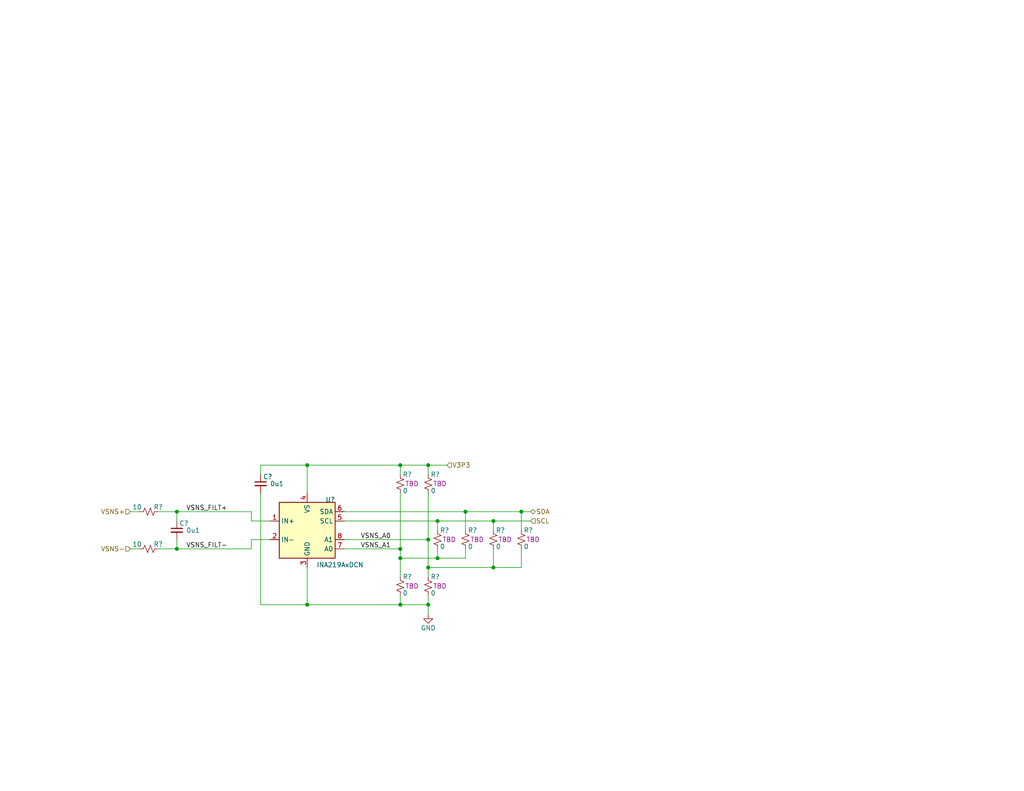
<source format=kicad_sch>
(kicad_sch (version 20211123) (generator eeschema)
  (paper "A")
  (title_block (title "ClockRadio Main") (date "2022-03-05") (rev "0.5") (company "Ruralguru Projects") (comment 1 "Earl Watkins"))
  (lib_symbols
    (symbol "Analog_ADC:INA219AxDCN"
      (property "Reference" "U" (at -6.35 8.89 0))
      (property "Value" "INA219AxDCN" (at 6.35 8.89 0))
      (symbol "INA219AxDCN_0_1"
        (rectangle (start -7.62 7.62) (end 7.62 -7.62) (stroke (width 0.254)) (fill (type background)))
      )
      (symbol "INA219AxDCN_1_1"
        (pin input line (at -10.16 2.54 0) (length 2.54) (name "IN+") (number "1"))
        (pin input line (at -10.16 -2.54 0) (length 2.54) (name "IN-") (number "2"))
        (pin power_in line (at 0 -10.16 90) (length 2.54) (name "GND") (number "3"))
        (pin power_in line (at 0 10.16 270) (length 2.54) (name "VS") (number "4"))
        (pin input line (at 10.16 2.54 180) (length 2.54) (name "SCL") (number "5"))
        (pin bidirectional line (at 10.16 5.08 180) (length 2.54) (name "SDA") (number "6"))
        (pin input line (at 10.16 -5.08 180) (length 2.54) (name "A0") (number "7"))
        (pin input line (at 10.16 -2.54 180) (length 2.54) (name "A1") (number "8"))
      )
    )
    (symbol "Device:C_Small" (pin_numbers hide) (pin_names (offset 0.254) hide)
      (property "Reference" "C" (at 0.254 1.778 0))
      (property "Value" "C_Small" (at 0.254 -2.032 0))
      (symbol "C_Small_0_1"
        (polyline (pts (xy -1.524 -0.508) (xy 1.524 -0.508)) (stroke (width 0.3302)))
        (polyline (pts (xy -1.524 0.508) (xy 1.524 0.508)) (stroke (width 0.3048)))
      )
      (symbol "C_Small_1_1"
        (pin passive line (at 0 2.54 270) (length 2.032) (name "~") (number "1"))
        (pin passive line (at 0 -2.54 90) (length 2.032) (name "~") (number "2"))
      )
    )
    (symbol "Device:R_Small_US" (pin_numbers hide) (pin_names (offset 0.254) hide)
      (property "Reference" "R" (at 0.762 0.508 0))
      (property "Value" "R_Small_US" (at 0.762 -1.016 0))
      (symbol "R_Small_US_1_1"
        (polyline (pts (xy 0 0) (xy 1.016 -0.381) (xy 0 -0.762) (xy -1.016 -1.143) (xy 0 -1.524)))
        (polyline (pts (xy 0 1.524) (xy 1.016 1.143) (xy 0 0.762) (xy -1.016 0.381) (xy 0 0)))
        (pin passive line (at 0 2.54 270) (length 1.016) (name "~") (number "1"))
        (pin passive line (at 0 -2.54 90) (length 1.016) (name "~") (number "2"))
      )
    )
    (symbol "power:GND" (power) (pin_names (offset 0))
      (property "Value" "GND" (at 0 -3.81 0))
      (symbol "GND_0_1"
        (polyline (pts (xy 0 0) (xy 0 -1.27) (xy 1.27 -1.27) (xy 0 -2.54) (xy -1.27 -1.27) (xy 0 -1.27)))
      )
      (symbol "GND_1_1"
        (pin power_in line (at 0 0 270) (length 0) hide (name "GND") (number "1"))
      )
    )
  )
  (junction (at 109.22 165.1))
  (junction (at 116.84 165.1))
  (junction (at 48.26 139.7))
  (junction (at 127 139.7))
  (junction (at 109.22 149.86))
  (junction (at 116.84 127))
  (junction (at 83.82 165.1))
  (junction (at 134.62 154.94))
  (junction (at 119.38 152.4))
  (junction (at 48.26 149.86))
  (junction (at 142.24 139.7))
  (junction (at 134.62 142.24))
  (junction (at 119.38 142.24))
  (junction (at 83.82 127))
  (junction (at 116.84 147.32))
  (junction (at 116.84 154.94))
  (junction (at 109.22 127))
  (junction (at 109.22 152.4))
  (wire (pts (xy 109.22 127) (xy 83.82 127)))
  (wire (pts (xy 116.84 165.1) (xy 109.22 165.1)))
  (wire (pts (xy 134.62 144.78) (xy 134.62 142.24)))
  (wire (pts (xy 48.26 139.7) (xy 48.26 142.24)))
  (wire (pts (xy 93.98 139.7) (xy 127 139.7)))
  (wire (pts (xy 109.22 127) (xy 109.22 129.54)))
  (wire (pts (xy 71.12 165.1) (xy 83.82 165.1)))
  (wire (pts (xy 48.26 147.32) (xy 48.26 149.86)))
  (wire (pts (xy 116.84 165.1) (xy 116.84 167.64)))
  (wire (pts (xy 109.22 162.56) (xy 109.22 165.1)))
  (wire (pts (xy 93.98 149.86) (xy 109.22 149.86)))
  (wire (pts (xy 71.12 127) (xy 71.12 129.54)))
  (wire (pts (xy 142.24 139.7) (xy 144.78 139.7)))
  (wire (pts (xy 134.62 154.94) (xy 116.84 154.94)))
  (wire (pts (xy 38.1 149.86) (xy 35.56 149.86)))
  (wire (pts (xy 116.84 127) (xy 109.22 127)))
  (wire (pts (xy 83.82 154.94) (xy 83.82 165.1)))
  (wire (pts (xy 116.84 147.32) (xy 116.84 154.94)))
  (wire (pts (xy 73.66 142.24) (xy 68.58 142.24)))
  (wire (pts (xy 119.38 142.24) (xy 134.62 142.24)))
  (wire (pts (xy 116.84 129.54) (xy 116.84 127)))
  (wire (pts (xy 116.84 134.62) (xy 116.84 147.32)))
  (wire (pts (xy 109.22 152.4) (xy 119.38 152.4)))
  (wire (pts (xy 109.22 165.1) (xy 83.82 165.1)))
  (wire (pts (xy 68.58 147.32) (xy 73.66 147.32)))
  (wire (pts (xy 134.62 154.94) (xy 142.24 154.94)))
  (wire (pts (xy 68.58 139.7) (xy 68.58 142.24)))
  (wire (pts (xy 127 139.7) (xy 142.24 139.7)))
  (wire (pts (xy 134.62 149.86) (xy 134.62 154.94)))
  (wire (pts (xy 119.38 152.4) (xy 127 152.4)))
  (wire (pts (xy 68.58 147.32) (xy 68.58 149.86)))
  (wire (pts (xy 134.62 142.24) (xy 144.78 142.24)))
  (wire (pts (xy 116.84 162.56) (xy 116.84 165.1)))
  (wire (pts (xy 38.1 139.7) (xy 35.56 139.7)))
  (wire (pts (xy 127 152.4) (xy 127 149.86)))
  (wire (pts (xy 127 139.7) (xy 127 144.78)))
  (wire (pts (xy 48.26 149.86) (xy 43.18 149.86)))
  (wire (pts (xy 83.82 127) (xy 83.82 134.62)))
  (wire (pts (xy 109.22 134.62) (xy 109.22 149.86)))
  (wire (pts (xy 116.84 154.94) (xy 116.84 157.48)))
  (wire (pts (xy 68.58 139.7) (xy 48.26 139.7)))
  (wire (pts (xy 71.12 134.62) (xy 71.12 165.1)))
  (wire (pts (xy 142.24 154.94) (xy 142.24 149.86)))
  (wire (pts (xy 93.98 142.24) (xy 119.38 142.24)))
  (wire (pts (xy 109.22 149.86) (xy 109.22 152.4)))
  (wire (pts (xy 116.84 127) (xy 121.92 127)))
  (wire (pts (xy 119.38 149.86) (xy 119.38 152.4)))
  (wire (pts (xy 83.82 127) (xy 71.12 127)))
  (wire (pts (xy 43.18 139.7) (xy 48.26 139.7)))
  (wire (pts (xy 119.38 144.78) (xy 119.38 142.24)))
  (wire (pts (xy 109.22 152.4) (xy 109.22 157.48)))
  (wire (pts (xy 142.24 139.7) (xy 142.24 144.78)))
  (wire (pts (xy 68.58 149.86) (xy 48.26 149.86)))
  (wire (pts (xy 93.98 147.32) (xy 116.84 147.32)))
  (text "${SHEETNAME}" (at 12.7 30.48 0) (effects (font (size 10.16 10.16) (thickness 2.032) bold) (justify left bottom)))
  (label "VSNS_A1" (at 106.68 149.86 180))
  (label "VSNS_FILT-" (at 50.8 149.86 0))
  (label "VSNS_A0" (at 106.68 147.32 180))
  (label "VSNS_FILT+" (at 50.8 139.7 0))
  (hierarchical_label "SCL" (shape input) (at 144.78 142.24 0))
  (hierarchical_label "V3P3" (shape input) (at 121.92 127 0))
  (hierarchical_label "VSNS-" (shape input) (at 35.56 149.86 180))
  (hierarchical_label "SDA" (shape bidirectional) (at 144.78 139.7 0))
  (hierarchical_label "VSNS+" (shape input) (at 35.56 139.7 180))
  (symbol (lib_id "Device:R_Small_US") (at 127 147.32 0)
    (property "Reference" "R?" (at 127.635 144.78 0) (effects (justify left)))
    (property "Value" "0" (at 127.635 149.225 0) (effects (justify left)))
    (property "Status" "TBD" (at 130.175 147.32 0))
  )
  (symbol (lib_id "Device:R_Small_US") (at 116.84 132.08 0)
    (property "Reference" "R?" (at 117.475 129.54 0) (effects (justify left)))
    (property "Value" "0" (at 117.475 133.985 0) (effects (justify left)))
    (property "Status" "TBD" (at 120.015 132.08 0))
  )
  (symbol (lib_id "Device:R_Small_US") (at 142.24 147.32 0)
    (property "Reference" "R?" (at 142.875 144.78 0) (effects (justify left)))
    (property "Value" "0" (at 142.875 149.225 0) (effects (justify left)))
    (property "Status" "TBD" (at 145.415 147.32 0))
  )
  (symbol (lib_id "Device:R_Small_US") (at 109.22 132.08 0)
    (property "Reference" "R?" (at 109.855 129.54 0) (effects (justify left)))
    (property "Value" "0" (at 109.855 133.985 0) (effects (justify left)))
    (property "Status" "TBD" (at 112.395 132.08 0))
  )
  (symbol (lib_id "Device:R_Small_US") (at 40.64 149.86 270)
    (property "Reference" "R?" (at 43.18 148.59 90))
    (property "Value" "10" (at 38.7351 148.59 90) (effects (justify right)))
  )
  (symbol (lib_id "Device:R_Small_US") (at 134.62 147.32 0)
    (property "Reference" "R?" (at 135.255 144.78 0) (effects (justify left)))
    (property "Value" "0" (at 135.255 149.225 0) (effects (justify left)))
    (property "Status" "TBD" (at 137.795 147.32 0))
  )
  (symbol (lib_id "Device:R_Small_US") (at 40.64 139.7 270)
    (property "Reference" "R?" (at 43.18 138.43 90))
    (property "Value" "10" (at 38.7351 138.43 90) (effects (justify right)))
  )
  (symbol (lib_id "Analog_ADC:INA219AxDCN") (at 83.82 144.78 0)
    (property "Reference" "U?" (at 91.44 137.16 0) (effects (justify right bottom)))
    (property "Value" "INA219AxDCN" (at 86.36 154.94 0) (effects (justify left bottom)))
    (property "Footprint" "Package_TO_SOT_SMD:SOT-23-8" (effects hide))
    (property "Datasheet" "http://www.ti.com/lit/ds/symlink/ina219.pdf" (effects hide))
  )
  (symbol (lib_id "power:GND") (at 116.84 167.64 0)
    (property "Reference" "#PWR?" (effects hide))
    (property "Value" "GND" (at 116.84 171.45 0))
  )
  (symbol (lib_id "Device:C_Small") (at 48.26 144.78 0)
    (property "Reference" "C?" (at 48.895 142.875 0) (effects (justify left)))
    (property "Value" "0u1" (at 50.8 144.78 0) (effects (justify left)))
    (property "Vendor" "Mouser" (effects hide))
  )
  (symbol (lib_id "Device:R_Small_US") (at 119.38 147.32 0)
    (property "Reference" "R?" (at 120.015 144.78 0) (effects (justify left)))
    (property "Value" "0" (at 120.015 149.225 0) (effects (justify left)))
    (property "Status" "TBD" (at 122.555 147.32 0))
  )
  (symbol (lib_id "Device:R_Small_US") (at 116.84 160.02 0)
    (property "Reference" "R?" (at 117.475 157.48 0) (effects (justify left)))
    (property "Value" "0" (at 117.475 161.925 0) (effects (justify left)))
    (property "Status" "TBD" (at 120.015 160.02 0))
  )
  (symbol (lib_id "Device:C_Small") (at 71.12 132.08 0)
    (property "Reference" "C?" (at 71.755 130.175 0) (effects (justify left)))
    (property "Value" "0u1" (at 73.66 132.08 0) (effects (justify left)))
    (property "Vendor" "Mouser" (effects hide))
  )
  (symbol (lib_id "Device:R_Small_US") (at 109.22 160.02 0)
    (property "Reference" "R?" (at 109.855 157.48 0) (effects (justify left)))
    (property "Value" "0" (at 109.855 161.925 0) (effects (justify left)))
    (property "Status" "TBD" (at 112.395 160.02 0))
  )
)
</source>
